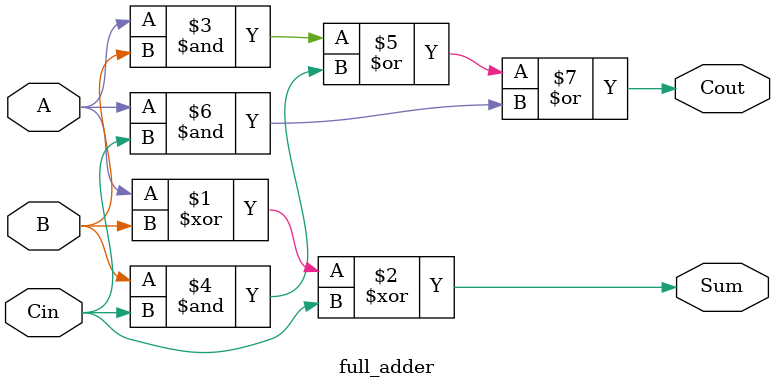
<source format=v>
module full_adder (
    input A,
    input B,
    input Cin,
    output Sum,
    output Cout
);
    assign Sum = A ^ B ^ Cin;
    assign Cout = (A & B) | (B & Cin) | (A & Cin);
endmodule


</source>
